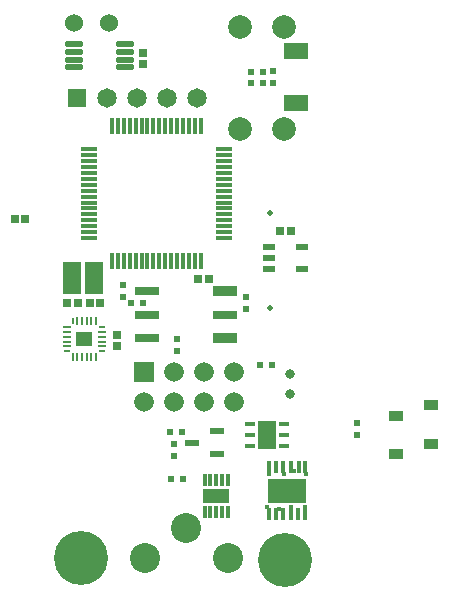
<source format=gbl>
G04*
G04 #@! TF.GenerationSoftware,Altium Limited,Altium Designer,18.0.7 (293)*
G04*
G04 Layer_Physical_Order=4*
G04 Layer_Color=16711680*
%FSLAX25Y25*%
%MOIN*%
G70*
G01*
G75*
%ADD14R,0.02559X0.02520*%
%ADD15R,0.02362X0.01968*%
%ADD30R,0.01968X0.02362*%
%ADD31R,0.02520X0.02559*%
%ADD73R,0.05300X0.04800*%
%ADD75C,0.03150*%
%ADD76R,0.06496X0.06496*%
%ADD77C,0.06496*%
%ADD79R,0.06555X0.06555*%
%ADD80C,0.06555*%
%ADD81C,0.07874*%
%ADD82C,0.18000*%
%ADD83C,0.06000*%
%ADD84C,0.10000*%
%ADD85C,0.01968*%
%ADD86C,0.01772*%
%ADD87R,0.00600X0.02200*%
%ADD88R,0.00787X0.02953*%
%ADD89R,0.02200X0.00600*%
%ADD90R,0.02953X0.00787*%
%ADD91R,0.07874X0.03543*%
%ADD92R,0.07874X0.03150*%
%ADD93R,0.04331X0.02362*%
G04:AMPARAMS|DCode=94|XSize=57.09mil|YSize=18.9mil|CornerRadius=2.36mil|HoleSize=0mil|Usage=FLASHONLY|Rotation=0.000|XOffset=0mil|YOffset=0mil|HoleType=Round|Shape=RoundedRectangle|*
%AMROUNDEDRECTD94*
21,1,0.05709,0.01417,0,0,0.0*
21,1,0.05236,0.01890,0,0,0.0*
1,1,0.00472,0.02618,-0.00709*
1,1,0.00472,-0.02618,-0.00709*
1,1,0.00472,-0.02618,0.00709*
1,1,0.00472,0.02618,0.00709*
%
%ADD94ROUNDEDRECTD94*%
%ADD95R,0.08268X0.05512*%
%ADD96R,0.05906X0.10630*%
%ADD97R,0.04921X0.02362*%
%ADD98R,0.06417X0.09331*%
G04:AMPARAMS|DCode=99|XSize=33.86mil|YSize=15.75mil|CornerRadius=1.97mil|HoleSize=0mil|Usage=FLASHONLY|Rotation=0.000|XOffset=0mil|YOffset=0mil|HoleType=Round|Shape=RoundedRectangle|*
%AMROUNDEDRECTD99*
21,1,0.03386,0.01181,0,0,0.0*
21,1,0.02992,0.01575,0,0,0.0*
1,1,0.00394,0.01496,-0.00591*
1,1,0.00394,-0.01496,-0.00591*
1,1,0.00394,-0.01496,0.00591*
1,1,0.00394,0.01496,0.00591*
%
%ADD99ROUNDEDRECTD99*%
%ADD100R,0.04803X0.03583*%
%ADD101R,0.01181X0.03937*%
%ADD102R,0.01181X0.05807*%
%ADD103R,0.05807X0.01181*%
%ADD104R,0.01378X0.03937*%
%ADD105R,0.09055X0.05118*%
%ADD106R,0.12992X0.08000*%
D14*
X467772Y518000D02*
D03*
X464228D02*
D03*
X379272Y522000D02*
D03*
X375728D02*
D03*
X440500Y502000D02*
D03*
X436957D02*
D03*
X404272Y494000D02*
D03*
X400728D02*
D03*
X396772D02*
D03*
X393228D02*
D03*
D15*
X461469Y473500D02*
D03*
X457531D02*
D03*
X454531Y567500D02*
D03*
X458468D02*
D03*
X458468Y571000D02*
D03*
X454531D02*
D03*
X418469Y494000D02*
D03*
X414532D02*
D03*
X431468Y451000D02*
D03*
X427531D02*
D03*
X428031Y435500D02*
D03*
X431968D02*
D03*
D30*
X453000Y492031D02*
D03*
Y495968D02*
D03*
X430000Y481937D02*
D03*
Y478000D02*
D03*
X412000Y499968D02*
D03*
Y496032D02*
D03*
X429000Y447000D02*
D03*
Y443063D02*
D03*
X490000Y450032D02*
D03*
Y453968D02*
D03*
X462000Y571437D02*
D03*
Y567500D02*
D03*
D31*
X418500Y577272D02*
D03*
Y573728D02*
D03*
X410000Y479728D02*
D03*
Y483272D02*
D03*
D73*
X399000Y482000D02*
D03*
D75*
X467551Y470346D02*
D03*
Y463654D02*
D03*
D76*
X396500Y562500D02*
D03*
D77*
X406500D02*
D03*
X416500D02*
D03*
X426500D02*
D03*
X436500D02*
D03*
D79*
X419000Y471000D02*
D03*
D80*
X429000D02*
D03*
X439000D02*
D03*
X449000D02*
D03*
X419000Y461000D02*
D03*
X429000D02*
D03*
X439000D02*
D03*
X449000D02*
D03*
D81*
X465709Y551992D02*
D03*
Y586008D02*
D03*
X450748D02*
D03*
Y551992D02*
D03*
D82*
X466000Y408500D02*
D03*
X398000Y409000D02*
D03*
D83*
X407311Y587500D02*
D03*
X395500D02*
D03*
D84*
X433000Y419000D02*
D03*
X419220Y409000D02*
D03*
X446779D02*
D03*
D85*
X460795Y492512D02*
D03*
Y524008D02*
D03*
D86*
X472500Y426000D02*
D03*
X464000Y425500D02*
D03*
X460000Y426000D02*
D03*
X468000D02*
D03*
X460500Y437000D02*
D03*
X473000D02*
D03*
X465500D02*
D03*
X469000Y438000D02*
D03*
D87*
X395063Y487906D02*
D03*
D88*
X396638D02*
D03*
X398213D02*
D03*
X399787D02*
D03*
X401362D02*
D03*
X402937D02*
D03*
Y476094D02*
D03*
X401362D02*
D03*
X399787D02*
D03*
X398213D02*
D03*
X396638D02*
D03*
X395063D02*
D03*
D89*
X404906Y485937D02*
D03*
Y478063D02*
D03*
X393094D02*
D03*
D90*
X404906Y484362D02*
D03*
Y482787D02*
D03*
Y481213D02*
D03*
Y479638D02*
D03*
X393094D02*
D03*
Y481213D02*
D03*
Y482787D02*
D03*
Y484362D02*
D03*
Y485937D02*
D03*
D91*
X446000Y482252D02*
D03*
Y498000D02*
D03*
D92*
Y490126D02*
D03*
X420016Y498000D02*
D03*
Y490126D02*
D03*
Y482252D02*
D03*
D93*
X460488Y509000D02*
D03*
Y505260D02*
D03*
Y512740D02*
D03*
X471512D02*
D03*
Y505260D02*
D03*
D94*
X395496Y580339D02*
D03*
Y577779D02*
D03*
Y575220D02*
D03*
Y572661D02*
D03*
X412504D02*
D03*
Y575220D02*
D03*
Y577779D02*
D03*
Y580339D02*
D03*
D95*
X469500Y578000D02*
D03*
Y560677D02*
D03*
D96*
X394760Y502500D02*
D03*
X402240D02*
D03*
D97*
X434866Y447500D02*
D03*
X443134Y443760D02*
D03*
Y451240D02*
D03*
D98*
X460000Y450000D02*
D03*
D99*
X465650Y446260D02*
D03*
Y450000D02*
D03*
Y453740D02*
D03*
X454350D02*
D03*
Y450000D02*
D03*
Y446260D02*
D03*
D100*
X503000Y443563D02*
D03*
Y456437D02*
D03*
X514500Y447063D02*
D03*
Y459937D02*
D03*
D101*
X446937Y424370D02*
D03*
X444969D02*
D03*
X443000D02*
D03*
X441032D02*
D03*
X439063D02*
D03*
Y435000D02*
D03*
X441032D02*
D03*
X443000D02*
D03*
X444969D02*
D03*
X446937D02*
D03*
D102*
X437764Y553090D02*
D03*
X435795D02*
D03*
X433827D02*
D03*
X431858D02*
D03*
X429890D02*
D03*
X427921D02*
D03*
X425953D02*
D03*
X423984D02*
D03*
X422016D02*
D03*
X420047D02*
D03*
X418079D02*
D03*
X416110D02*
D03*
X414142D02*
D03*
X412173D02*
D03*
X410205D02*
D03*
X408236D02*
D03*
Y507909D02*
D03*
X410205D02*
D03*
X412173D02*
D03*
X414142D02*
D03*
X416110D02*
D03*
X418079D02*
D03*
X420047D02*
D03*
X422016D02*
D03*
X423984D02*
D03*
X425953D02*
D03*
X427921D02*
D03*
X429890D02*
D03*
X431858D02*
D03*
X433827D02*
D03*
X435795D02*
D03*
X437764D02*
D03*
D103*
X400410Y545264D02*
D03*
Y543295D02*
D03*
Y541327D02*
D03*
Y539358D02*
D03*
Y537390D02*
D03*
Y535421D02*
D03*
Y533453D02*
D03*
Y531484D02*
D03*
Y529516D02*
D03*
Y527547D02*
D03*
Y525579D02*
D03*
Y523610D02*
D03*
Y521642D02*
D03*
Y519673D02*
D03*
Y517705D02*
D03*
Y515736D02*
D03*
X445590D02*
D03*
Y517705D02*
D03*
Y519673D02*
D03*
Y521642D02*
D03*
Y523610D02*
D03*
Y525579D02*
D03*
Y527547D02*
D03*
Y529516D02*
D03*
Y531484D02*
D03*
Y533453D02*
D03*
Y535421D02*
D03*
Y537390D02*
D03*
Y539358D02*
D03*
Y541327D02*
D03*
Y543295D02*
D03*
Y545264D02*
D03*
D104*
X460567Y439365D02*
D03*
X462929D02*
D03*
X465094D02*
D03*
X468047D02*
D03*
X470409D02*
D03*
X472575D02*
D03*
X460567Y423617D02*
D03*
X462732D02*
D03*
X465094D02*
D03*
X468047D02*
D03*
X470212D02*
D03*
X472575D02*
D03*
D105*
X443000Y429685D02*
D03*
D106*
X466571Y431491D02*
D03*
M02*

</source>
